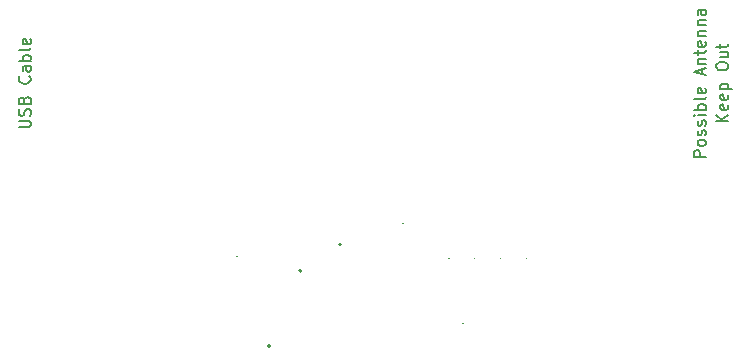
<source format=gbr>
G04 #@! TF.GenerationSoftware,KiCad,Pcbnew,9.0.0*
G04 #@! TF.CreationDate,2025-02-23T11:10:30-05:00*
G04 #@! TF.ProjectId,pico2-test-mule,7069636f-322d-4746-9573-742d6d756c65,v0.2.1*
G04 #@! TF.SameCoordinates,Original*
G04 #@! TF.FileFunction,Other,Comment*
%FSLAX46Y46*%
G04 Gerber Fmt 4.6, Leading zero omitted, Abs format (unit mm)*
G04 Created by KiCad (PCBNEW 9.0.0) date 2025-02-23 11:10:30*
%MOMM*%
%LPD*%
G01*
G04 APERTURE LIST*
%ADD10C,0.150000*%
%ADD11C,0.100000*%
%ADD12C,0.200000*%
G04 APERTURE END LIST*
D10*
X46202319Y-17038095D02*
X45202319Y-17038095D01*
X45202319Y-17038095D02*
X45202319Y-16657143D01*
X45202319Y-16657143D02*
X45249938Y-16561905D01*
X45249938Y-16561905D02*
X45297557Y-16514286D01*
X45297557Y-16514286D02*
X45392795Y-16466667D01*
X45392795Y-16466667D02*
X45535652Y-16466667D01*
X45535652Y-16466667D02*
X45630890Y-16514286D01*
X45630890Y-16514286D02*
X45678509Y-16561905D01*
X45678509Y-16561905D02*
X45726128Y-16657143D01*
X45726128Y-16657143D02*
X45726128Y-17038095D01*
X46202319Y-15895238D02*
X46154700Y-15990476D01*
X46154700Y-15990476D02*
X46107080Y-16038095D01*
X46107080Y-16038095D02*
X46011842Y-16085714D01*
X46011842Y-16085714D02*
X45726128Y-16085714D01*
X45726128Y-16085714D02*
X45630890Y-16038095D01*
X45630890Y-16038095D02*
X45583271Y-15990476D01*
X45583271Y-15990476D02*
X45535652Y-15895238D01*
X45535652Y-15895238D02*
X45535652Y-15752381D01*
X45535652Y-15752381D02*
X45583271Y-15657143D01*
X45583271Y-15657143D02*
X45630890Y-15609524D01*
X45630890Y-15609524D02*
X45726128Y-15561905D01*
X45726128Y-15561905D02*
X46011842Y-15561905D01*
X46011842Y-15561905D02*
X46107080Y-15609524D01*
X46107080Y-15609524D02*
X46154700Y-15657143D01*
X46154700Y-15657143D02*
X46202319Y-15752381D01*
X46202319Y-15752381D02*
X46202319Y-15895238D01*
X46154700Y-15180952D02*
X46202319Y-15085714D01*
X46202319Y-15085714D02*
X46202319Y-14895238D01*
X46202319Y-14895238D02*
X46154700Y-14800000D01*
X46154700Y-14800000D02*
X46059461Y-14752381D01*
X46059461Y-14752381D02*
X46011842Y-14752381D01*
X46011842Y-14752381D02*
X45916604Y-14800000D01*
X45916604Y-14800000D02*
X45868985Y-14895238D01*
X45868985Y-14895238D02*
X45868985Y-15038095D01*
X45868985Y-15038095D02*
X45821366Y-15133333D01*
X45821366Y-15133333D02*
X45726128Y-15180952D01*
X45726128Y-15180952D02*
X45678509Y-15180952D01*
X45678509Y-15180952D02*
X45583271Y-15133333D01*
X45583271Y-15133333D02*
X45535652Y-15038095D01*
X45535652Y-15038095D02*
X45535652Y-14895238D01*
X45535652Y-14895238D02*
X45583271Y-14800000D01*
X46154700Y-14371428D02*
X46202319Y-14276190D01*
X46202319Y-14276190D02*
X46202319Y-14085714D01*
X46202319Y-14085714D02*
X46154700Y-13990476D01*
X46154700Y-13990476D02*
X46059461Y-13942857D01*
X46059461Y-13942857D02*
X46011842Y-13942857D01*
X46011842Y-13942857D02*
X45916604Y-13990476D01*
X45916604Y-13990476D02*
X45868985Y-14085714D01*
X45868985Y-14085714D02*
X45868985Y-14228571D01*
X45868985Y-14228571D02*
X45821366Y-14323809D01*
X45821366Y-14323809D02*
X45726128Y-14371428D01*
X45726128Y-14371428D02*
X45678509Y-14371428D01*
X45678509Y-14371428D02*
X45583271Y-14323809D01*
X45583271Y-14323809D02*
X45535652Y-14228571D01*
X45535652Y-14228571D02*
X45535652Y-14085714D01*
X45535652Y-14085714D02*
X45583271Y-13990476D01*
X46202319Y-13514285D02*
X45535652Y-13514285D01*
X45202319Y-13514285D02*
X45249938Y-13561904D01*
X45249938Y-13561904D02*
X45297557Y-13514285D01*
X45297557Y-13514285D02*
X45249938Y-13466666D01*
X45249938Y-13466666D02*
X45202319Y-13514285D01*
X45202319Y-13514285D02*
X45297557Y-13514285D01*
X46202319Y-13038095D02*
X45202319Y-13038095D01*
X45583271Y-13038095D02*
X45535652Y-12942857D01*
X45535652Y-12942857D02*
X45535652Y-12752381D01*
X45535652Y-12752381D02*
X45583271Y-12657143D01*
X45583271Y-12657143D02*
X45630890Y-12609524D01*
X45630890Y-12609524D02*
X45726128Y-12561905D01*
X45726128Y-12561905D02*
X46011842Y-12561905D01*
X46011842Y-12561905D02*
X46107080Y-12609524D01*
X46107080Y-12609524D02*
X46154700Y-12657143D01*
X46154700Y-12657143D02*
X46202319Y-12752381D01*
X46202319Y-12752381D02*
X46202319Y-12942857D01*
X46202319Y-12942857D02*
X46154700Y-13038095D01*
X46202319Y-11990476D02*
X46154700Y-12085714D01*
X46154700Y-12085714D02*
X46059461Y-12133333D01*
X46059461Y-12133333D02*
X45202319Y-12133333D01*
X46154700Y-11228571D02*
X46202319Y-11323809D01*
X46202319Y-11323809D02*
X46202319Y-11514285D01*
X46202319Y-11514285D02*
X46154700Y-11609523D01*
X46154700Y-11609523D02*
X46059461Y-11657142D01*
X46059461Y-11657142D02*
X45678509Y-11657142D01*
X45678509Y-11657142D02*
X45583271Y-11609523D01*
X45583271Y-11609523D02*
X45535652Y-11514285D01*
X45535652Y-11514285D02*
X45535652Y-11323809D01*
X45535652Y-11323809D02*
X45583271Y-11228571D01*
X45583271Y-11228571D02*
X45678509Y-11180952D01*
X45678509Y-11180952D02*
X45773747Y-11180952D01*
X45773747Y-11180952D02*
X45868985Y-11657142D01*
X45916604Y-10038094D02*
X45916604Y-9561904D01*
X46202319Y-10133332D02*
X45202319Y-9799999D01*
X45202319Y-9799999D02*
X46202319Y-9466666D01*
X45535652Y-9133332D02*
X46202319Y-9133332D01*
X45630890Y-9133332D02*
X45583271Y-9085713D01*
X45583271Y-9085713D02*
X45535652Y-8990475D01*
X45535652Y-8990475D02*
X45535652Y-8847618D01*
X45535652Y-8847618D02*
X45583271Y-8752380D01*
X45583271Y-8752380D02*
X45678509Y-8704761D01*
X45678509Y-8704761D02*
X46202319Y-8704761D01*
X45535652Y-8371427D02*
X45535652Y-7990475D01*
X45202319Y-8228570D02*
X46059461Y-8228570D01*
X46059461Y-8228570D02*
X46154700Y-8180951D01*
X46154700Y-8180951D02*
X46202319Y-8085713D01*
X46202319Y-8085713D02*
X46202319Y-7990475D01*
X46154700Y-7276189D02*
X46202319Y-7371427D01*
X46202319Y-7371427D02*
X46202319Y-7561903D01*
X46202319Y-7561903D02*
X46154700Y-7657141D01*
X46154700Y-7657141D02*
X46059461Y-7704760D01*
X46059461Y-7704760D02*
X45678509Y-7704760D01*
X45678509Y-7704760D02*
X45583271Y-7657141D01*
X45583271Y-7657141D02*
X45535652Y-7561903D01*
X45535652Y-7561903D02*
X45535652Y-7371427D01*
X45535652Y-7371427D02*
X45583271Y-7276189D01*
X45583271Y-7276189D02*
X45678509Y-7228570D01*
X45678509Y-7228570D02*
X45773747Y-7228570D01*
X45773747Y-7228570D02*
X45868985Y-7704760D01*
X45535652Y-6799998D02*
X46202319Y-6799998D01*
X45630890Y-6799998D02*
X45583271Y-6752379D01*
X45583271Y-6752379D02*
X45535652Y-6657141D01*
X45535652Y-6657141D02*
X45535652Y-6514284D01*
X45535652Y-6514284D02*
X45583271Y-6419046D01*
X45583271Y-6419046D02*
X45678509Y-6371427D01*
X45678509Y-6371427D02*
X46202319Y-6371427D01*
X45535652Y-5895236D02*
X46202319Y-5895236D01*
X45630890Y-5895236D02*
X45583271Y-5847617D01*
X45583271Y-5847617D02*
X45535652Y-5752379D01*
X45535652Y-5752379D02*
X45535652Y-5609522D01*
X45535652Y-5609522D02*
X45583271Y-5514284D01*
X45583271Y-5514284D02*
X45678509Y-5466665D01*
X45678509Y-5466665D02*
X46202319Y-5466665D01*
X46202319Y-4561903D02*
X45678509Y-4561903D01*
X45678509Y-4561903D02*
X45583271Y-4609522D01*
X45583271Y-4609522D02*
X45535652Y-4704760D01*
X45535652Y-4704760D02*
X45535652Y-4895236D01*
X45535652Y-4895236D02*
X45583271Y-4990474D01*
X46154700Y-4561903D02*
X46202319Y-4657141D01*
X46202319Y-4657141D02*
X46202319Y-4895236D01*
X46202319Y-4895236D02*
X46154700Y-4990474D01*
X46154700Y-4990474D02*
X46059461Y-5038093D01*
X46059461Y-5038093D02*
X45964223Y-5038093D01*
X45964223Y-5038093D02*
X45868985Y-4990474D01*
X45868985Y-4990474D02*
X45821366Y-4895236D01*
X45821366Y-4895236D02*
X45821366Y-4657141D01*
X45821366Y-4657141D02*
X45773747Y-4561903D01*
X-11947681Y-14538095D02*
X-11138158Y-14538095D01*
X-11138158Y-14538095D02*
X-11042920Y-14490476D01*
X-11042920Y-14490476D02*
X-10995300Y-14442857D01*
X-10995300Y-14442857D02*
X-10947681Y-14347619D01*
X-10947681Y-14347619D02*
X-10947681Y-14157143D01*
X-10947681Y-14157143D02*
X-10995300Y-14061905D01*
X-10995300Y-14061905D02*
X-11042920Y-14014286D01*
X-11042920Y-14014286D02*
X-11138158Y-13966667D01*
X-11138158Y-13966667D02*
X-11947681Y-13966667D01*
X-10995300Y-13538095D02*
X-10947681Y-13395238D01*
X-10947681Y-13395238D02*
X-10947681Y-13157143D01*
X-10947681Y-13157143D02*
X-10995300Y-13061905D01*
X-10995300Y-13061905D02*
X-11042920Y-13014286D01*
X-11042920Y-13014286D02*
X-11138158Y-12966667D01*
X-11138158Y-12966667D02*
X-11233396Y-12966667D01*
X-11233396Y-12966667D02*
X-11328634Y-13014286D01*
X-11328634Y-13014286D02*
X-11376253Y-13061905D01*
X-11376253Y-13061905D02*
X-11423872Y-13157143D01*
X-11423872Y-13157143D02*
X-11471491Y-13347619D01*
X-11471491Y-13347619D02*
X-11519110Y-13442857D01*
X-11519110Y-13442857D02*
X-11566729Y-13490476D01*
X-11566729Y-13490476D02*
X-11661967Y-13538095D01*
X-11661967Y-13538095D02*
X-11757205Y-13538095D01*
X-11757205Y-13538095D02*
X-11852443Y-13490476D01*
X-11852443Y-13490476D02*
X-11900062Y-13442857D01*
X-11900062Y-13442857D02*
X-11947681Y-13347619D01*
X-11947681Y-13347619D02*
X-11947681Y-13109524D01*
X-11947681Y-13109524D02*
X-11900062Y-12966667D01*
X-11471491Y-12204762D02*
X-11423872Y-12061905D01*
X-11423872Y-12061905D02*
X-11376253Y-12014286D01*
X-11376253Y-12014286D02*
X-11281015Y-11966667D01*
X-11281015Y-11966667D02*
X-11138158Y-11966667D01*
X-11138158Y-11966667D02*
X-11042920Y-12014286D01*
X-11042920Y-12014286D02*
X-10995300Y-12061905D01*
X-10995300Y-12061905D02*
X-10947681Y-12157143D01*
X-10947681Y-12157143D02*
X-10947681Y-12538095D01*
X-10947681Y-12538095D02*
X-11947681Y-12538095D01*
X-11947681Y-12538095D02*
X-11947681Y-12204762D01*
X-11947681Y-12204762D02*
X-11900062Y-12109524D01*
X-11900062Y-12109524D02*
X-11852443Y-12061905D01*
X-11852443Y-12061905D02*
X-11757205Y-12014286D01*
X-11757205Y-12014286D02*
X-11661967Y-12014286D01*
X-11661967Y-12014286D02*
X-11566729Y-12061905D01*
X-11566729Y-12061905D02*
X-11519110Y-12109524D01*
X-11519110Y-12109524D02*
X-11471491Y-12204762D01*
X-11471491Y-12204762D02*
X-11471491Y-12538095D01*
X-11042920Y-10204762D02*
X-10995300Y-10252381D01*
X-10995300Y-10252381D02*
X-10947681Y-10395238D01*
X-10947681Y-10395238D02*
X-10947681Y-10490476D01*
X-10947681Y-10490476D02*
X-10995300Y-10633333D01*
X-10995300Y-10633333D02*
X-11090539Y-10728571D01*
X-11090539Y-10728571D02*
X-11185777Y-10776190D01*
X-11185777Y-10776190D02*
X-11376253Y-10823809D01*
X-11376253Y-10823809D02*
X-11519110Y-10823809D01*
X-11519110Y-10823809D02*
X-11709586Y-10776190D01*
X-11709586Y-10776190D02*
X-11804824Y-10728571D01*
X-11804824Y-10728571D02*
X-11900062Y-10633333D01*
X-11900062Y-10633333D02*
X-11947681Y-10490476D01*
X-11947681Y-10490476D02*
X-11947681Y-10395238D01*
X-11947681Y-10395238D02*
X-11900062Y-10252381D01*
X-11900062Y-10252381D02*
X-11852443Y-10204762D01*
X-10947681Y-9347619D02*
X-11471491Y-9347619D01*
X-11471491Y-9347619D02*
X-11566729Y-9395238D01*
X-11566729Y-9395238D02*
X-11614348Y-9490476D01*
X-11614348Y-9490476D02*
X-11614348Y-9680952D01*
X-11614348Y-9680952D02*
X-11566729Y-9776190D01*
X-10995300Y-9347619D02*
X-10947681Y-9442857D01*
X-10947681Y-9442857D02*
X-10947681Y-9680952D01*
X-10947681Y-9680952D02*
X-10995300Y-9776190D01*
X-10995300Y-9776190D02*
X-11090539Y-9823809D01*
X-11090539Y-9823809D02*
X-11185777Y-9823809D01*
X-11185777Y-9823809D02*
X-11281015Y-9776190D01*
X-11281015Y-9776190D02*
X-11328634Y-9680952D01*
X-11328634Y-9680952D02*
X-11328634Y-9442857D01*
X-11328634Y-9442857D02*
X-11376253Y-9347619D01*
X-10947681Y-8871428D02*
X-11947681Y-8871428D01*
X-11566729Y-8871428D02*
X-11614348Y-8776190D01*
X-11614348Y-8776190D02*
X-11614348Y-8585714D01*
X-11614348Y-8585714D02*
X-11566729Y-8490476D01*
X-11566729Y-8490476D02*
X-11519110Y-8442857D01*
X-11519110Y-8442857D02*
X-11423872Y-8395238D01*
X-11423872Y-8395238D02*
X-11138158Y-8395238D01*
X-11138158Y-8395238D02*
X-11042920Y-8442857D01*
X-11042920Y-8442857D02*
X-10995300Y-8490476D01*
X-10995300Y-8490476D02*
X-10947681Y-8585714D01*
X-10947681Y-8585714D02*
X-10947681Y-8776190D01*
X-10947681Y-8776190D02*
X-10995300Y-8871428D01*
X-10947681Y-7823809D02*
X-10995300Y-7919047D01*
X-10995300Y-7919047D02*
X-11090539Y-7966666D01*
X-11090539Y-7966666D02*
X-11947681Y-7966666D01*
X-10995300Y-7061904D02*
X-10947681Y-7157142D01*
X-10947681Y-7157142D02*
X-10947681Y-7347618D01*
X-10947681Y-7347618D02*
X-10995300Y-7442856D01*
X-10995300Y-7442856D02*
X-11090539Y-7490475D01*
X-11090539Y-7490475D02*
X-11471491Y-7490475D01*
X-11471491Y-7490475D02*
X-11566729Y-7442856D01*
X-11566729Y-7442856D02*
X-11614348Y-7347618D01*
X-11614348Y-7347618D02*
X-11614348Y-7157142D01*
X-11614348Y-7157142D02*
X-11566729Y-7061904D01*
X-11566729Y-7061904D02*
X-11471491Y-7014285D01*
X-11471491Y-7014285D02*
X-11376253Y-7014285D01*
X-11376253Y-7014285D02*
X-11281015Y-7490475D01*
X48107319Y-14014285D02*
X47107319Y-14014285D01*
X48107319Y-13442857D02*
X47535890Y-13871428D01*
X47107319Y-13442857D02*
X47678747Y-14014285D01*
X48059700Y-12633333D02*
X48107319Y-12728571D01*
X48107319Y-12728571D02*
X48107319Y-12919047D01*
X48107319Y-12919047D02*
X48059700Y-13014285D01*
X48059700Y-13014285D02*
X47964461Y-13061904D01*
X47964461Y-13061904D02*
X47583509Y-13061904D01*
X47583509Y-13061904D02*
X47488271Y-13014285D01*
X47488271Y-13014285D02*
X47440652Y-12919047D01*
X47440652Y-12919047D02*
X47440652Y-12728571D01*
X47440652Y-12728571D02*
X47488271Y-12633333D01*
X47488271Y-12633333D02*
X47583509Y-12585714D01*
X47583509Y-12585714D02*
X47678747Y-12585714D01*
X47678747Y-12585714D02*
X47773985Y-13061904D01*
X48059700Y-11776190D02*
X48107319Y-11871428D01*
X48107319Y-11871428D02*
X48107319Y-12061904D01*
X48107319Y-12061904D02*
X48059700Y-12157142D01*
X48059700Y-12157142D02*
X47964461Y-12204761D01*
X47964461Y-12204761D02*
X47583509Y-12204761D01*
X47583509Y-12204761D02*
X47488271Y-12157142D01*
X47488271Y-12157142D02*
X47440652Y-12061904D01*
X47440652Y-12061904D02*
X47440652Y-11871428D01*
X47440652Y-11871428D02*
X47488271Y-11776190D01*
X47488271Y-11776190D02*
X47583509Y-11728571D01*
X47583509Y-11728571D02*
X47678747Y-11728571D01*
X47678747Y-11728571D02*
X47773985Y-12204761D01*
X47440652Y-11299999D02*
X48440652Y-11299999D01*
X47488271Y-11299999D02*
X47440652Y-11204761D01*
X47440652Y-11204761D02*
X47440652Y-11014285D01*
X47440652Y-11014285D02*
X47488271Y-10919047D01*
X47488271Y-10919047D02*
X47535890Y-10871428D01*
X47535890Y-10871428D02*
X47631128Y-10823809D01*
X47631128Y-10823809D02*
X47916842Y-10823809D01*
X47916842Y-10823809D02*
X48012080Y-10871428D01*
X48012080Y-10871428D02*
X48059700Y-10919047D01*
X48059700Y-10919047D02*
X48107319Y-11014285D01*
X48107319Y-11014285D02*
X48107319Y-11204761D01*
X48107319Y-11204761D02*
X48059700Y-11299999D01*
X47107319Y-9442856D02*
X47107319Y-9252380D01*
X47107319Y-9252380D02*
X47154938Y-9157142D01*
X47154938Y-9157142D02*
X47250176Y-9061904D01*
X47250176Y-9061904D02*
X47440652Y-9014285D01*
X47440652Y-9014285D02*
X47773985Y-9014285D01*
X47773985Y-9014285D02*
X47964461Y-9061904D01*
X47964461Y-9061904D02*
X48059700Y-9157142D01*
X48059700Y-9157142D02*
X48107319Y-9252380D01*
X48107319Y-9252380D02*
X48107319Y-9442856D01*
X48107319Y-9442856D02*
X48059700Y-9538094D01*
X48059700Y-9538094D02*
X47964461Y-9633332D01*
X47964461Y-9633332D02*
X47773985Y-9680951D01*
X47773985Y-9680951D02*
X47440652Y-9680951D01*
X47440652Y-9680951D02*
X47250176Y-9633332D01*
X47250176Y-9633332D02*
X47154938Y-9538094D01*
X47154938Y-9538094D02*
X47107319Y-9442856D01*
X47440652Y-8157142D02*
X48107319Y-8157142D01*
X47440652Y-8585713D02*
X47964461Y-8585713D01*
X47964461Y-8585713D02*
X48059700Y-8538094D01*
X48059700Y-8538094D02*
X48107319Y-8442856D01*
X48107319Y-8442856D02*
X48107319Y-8299999D01*
X48107319Y-8299999D02*
X48059700Y-8204761D01*
X48059700Y-8204761D02*
X48012080Y-8157142D01*
X47440652Y-7823808D02*
X47440652Y-7442856D01*
X47107319Y-7680951D02*
X47964461Y-7680951D01*
X47964461Y-7680951D02*
X48059700Y-7633332D01*
X48059700Y-7633332D02*
X48107319Y-7538094D01*
X48107319Y-7538094D02*
X48107319Y-7442856D01*
D11*
G04 #@! TO.C,Q1*
X20630000Y-22700000D02*
G75*
G02*
X20550000Y-22700000I-40000J0D01*
G01*
X20550000Y-22700000D02*
G75*
G02*
X20630000Y-22700000I40000J0D01*
G01*
D12*
G04 #@! TO.C,U1*
X11990000Y-26660000D02*
G75*
G02*
X11790000Y-26660000I-100000J0D01*
G01*
X11790000Y-26660000D02*
G75*
G02*
X11990000Y-26660000I100000J0D01*
G01*
G04 #@! TO.C,U2*
X15350000Y-24430000D02*
G75*
G02*
X15150000Y-24430000I-100000J0D01*
G01*
X15150000Y-24430000D02*
G75*
G02*
X15350000Y-24430000I100000J0D01*
G01*
G04 #@! TO.C,U5*
X9340000Y-33050000D02*
G75*
G02*
X9140000Y-33050000I-100000J0D01*
G01*
X9140000Y-33050000D02*
G75*
G02*
X9340000Y-33050000I100000J0D01*
G01*
D11*
G04 #@! TO.C,Q8*
X31080000Y-25610000D02*
G75*
G02*
X31000000Y-25610000I-40000J0D01*
G01*
X31000000Y-25610000D02*
G75*
G02*
X31080000Y-25610000I40000J0D01*
G01*
G04 #@! TO.C,Q6*
X26679771Y-25610000D02*
G75*
G02*
X26599771Y-25610000I-40000J0D01*
G01*
X26599771Y-25610000D02*
G75*
G02*
X26679771Y-25610000I40000J0D01*
G01*
G04 #@! TO.C,Q7*
X28870000Y-25610000D02*
G75*
G02*
X28790000Y-25610000I-40000J0D01*
G01*
X28790000Y-25610000D02*
G75*
G02*
X28870000Y-25610000I40000J0D01*
G01*
G04 #@! TO.C,Q5*
X24530000Y-25610000D02*
G75*
G02*
X24450000Y-25610000I-40000J0D01*
G01*
X24450000Y-25610000D02*
G75*
G02*
X24530000Y-25610000I40000J0D01*
G01*
G04 #@! TO.C,U6*
X25720000Y-31110000D02*
G75*
G02*
X25620000Y-31110000I-50000J0D01*
G01*
X25620000Y-31110000D02*
G75*
G02*
X25720000Y-31110000I50000J0D01*
G01*
G04 #@! TO.C,Q2*
X6530000Y-25460000D02*
G75*
G02*
X6450000Y-25460000I-40000J0D01*
G01*
X6450000Y-25460000D02*
G75*
G02*
X6530000Y-25460000I40000J0D01*
G01*
G04 #@! TD*
M02*

</source>
